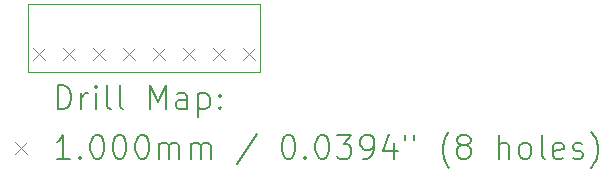
<source format=gbr>
%TF.GenerationSoftware,KiCad,Pcbnew,7.0.6*%
%TF.CreationDate,2023-07-23T12:18:23-05:00*%
%TF.ProjectId,nes_audio_expansion,6e65735f-6175-4646-996f-5f657870616e,rev?*%
%TF.SameCoordinates,Original*%
%TF.FileFunction,Drillmap*%
%TF.FilePolarity,Positive*%
%FSLAX45Y45*%
G04 Gerber Fmt 4.5, Leading zero omitted, Abs format (unit mm)*
G04 Created by KiCad (PCBNEW 7.0.6) date 2023-07-23 12:18:23*
%MOMM*%
%LPD*%
G01*
G04 APERTURE LIST*
%ADD10C,0.100000*%
%ADD11C,0.200000*%
G04 APERTURE END LIST*
D10*
X14833600Y-11010900D02*
X14833600Y-11023600D01*
X12865100Y-11013440D02*
X14833600Y-11010900D01*
X14833600Y-11084560D02*
X14833600Y-11023600D01*
X14833600Y-11379200D02*
X14833600Y-11084560D01*
X12865100Y-11036300D02*
X12865100Y-11013440D01*
X14833600Y-11582400D02*
X14820900Y-11582400D01*
X14833600Y-11379200D02*
X14833600Y-11582400D01*
X12865100Y-11582400D02*
X14820900Y-11582400D01*
X12865100Y-11430000D02*
X12865100Y-11582400D01*
X12865100Y-11430000D02*
X12865100Y-11036300D01*
D11*
D10*
X12911620Y-11380000D02*
X13011620Y-11480000D01*
X13011620Y-11380000D02*
X12911620Y-11480000D01*
X13165620Y-11380000D02*
X13265620Y-11480000D01*
X13265620Y-11380000D02*
X13165620Y-11480000D01*
X13419620Y-11380000D02*
X13519620Y-11480000D01*
X13519620Y-11380000D02*
X13419620Y-11480000D01*
X13673620Y-11380000D02*
X13773620Y-11480000D01*
X13773620Y-11380000D02*
X13673620Y-11480000D01*
X13927620Y-11380000D02*
X14027620Y-11480000D01*
X14027620Y-11380000D02*
X13927620Y-11480000D01*
X14181620Y-11380000D02*
X14281620Y-11480000D01*
X14281620Y-11380000D02*
X14181620Y-11480000D01*
X14435620Y-11380000D02*
X14535620Y-11480000D01*
X14535620Y-11380000D02*
X14435620Y-11480000D01*
X14689620Y-11380000D02*
X14789620Y-11480000D01*
X14789620Y-11380000D02*
X14689620Y-11480000D01*
D11*
X13120877Y-11898884D02*
X13120877Y-11698884D01*
X13120877Y-11698884D02*
X13168496Y-11698884D01*
X13168496Y-11698884D02*
X13197067Y-11708408D01*
X13197067Y-11708408D02*
X13216115Y-11727455D01*
X13216115Y-11727455D02*
X13225639Y-11746503D01*
X13225639Y-11746503D02*
X13235162Y-11784598D01*
X13235162Y-11784598D02*
X13235162Y-11813169D01*
X13235162Y-11813169D02*
X13225639Y-11851265D01*
X13225639Y-11851265D02*
X13216115Y-11870312D01*
X13216115Y-11870312D02*
X13197067Y-11889360D01*
X13197067Y-11889360D02*
X13168496Y-11898884D01*
X13168496Y-11898884D02*
X13120877Y-11898884D01*
X13320877Y-11898884D02*
X13320877Y-11765550D01*
X13320877Y-11803646D02*
X13330401Y-11784598D01*
X13330401Y-11784598D02*
X13339924Y-11775074D01*
X13339924Y-11775074D02*
X13358972Y-11765550D01*
X13358972Y-11765550D02*
X13378020Y-11765550D01*
X13444686Y-11898884D02*
X13444686Y-11765550D01*
X13444686Y-11698884D02*
X13435162Y-11708408D01*
X13435162Y-11708408D02*
X13444686Y-11717931D01*
X13444686Y-11717931D02*
X13454210Y-11708408D01*
X13454210Y-11708408D02*
X13444686Y-11698884D01*
X13444686Y-11698884D02*
X13444686Y-11717931D01*
X13568496Y-11898884D02*
X13549448Y-11889360D01*
X13549448Y-11889360D02*
X13539924Y-11870312D01*
X13539924Y-11870312D02*
X13539924Y-11698884D01*
X13673258Y-11898884D02*
X13654210Y-11889360D01*
X13654210Y-11889360D02*
X13644686Y-11870312D01*
X13644686Y-11870312D02*
X13644686Y-11698884D01*
X13901829Y-11898884D02*
X13901829Y-11698884D01*
X13901829Y-11698884D02*
X13968496Y-11841741D01*
X13968496Y-11841741D02*
X14035162Y-11698884D01*
X14035162Y-11698884D02*
X14035162Y-11898884D01*
X14216115Y-11898884D02*
X14216115Y-11794122D01*
X14216115Y-11794122D02*
X14206591Y-11775074D01*
X14206591Y-11775074D02*
X14187543Y-11765550D01*
X14187543Y-11765550D02*
X14149448Y-11765550D01*
X14149448Y-11765550D02*
X14130401Y-11775074D01*
X14216115Y-11889360D02*
X14197067Y-11898884D01*
X14197067Y-11898884D02*
X14149448Y-11898884D01*
X14149448Y-11898884D02*
X14130401Y-11889360D01*
X14130401Y-11889360D02*
X14120877Y-11870312D01*
X14120877Y-11870312D02*
X14120877Y-11851265D01*
X14120877Y-11851265D02*
X14130401Y-11832217D01*
X14130401Y-11832217D02*
X14149448Y-11822693D01*
X14149448Y-11822693D02*
X14197067Y-11822693D01*
X14197067Y-11822693D02*
X14216115Y-11813169D01*
X14311353Y-11765550D02*
X14311353Y-11965550D01*
X14311353Y-11775074D02*
X14330401Y-11765550D01*
X14330401Y-11765550D02*
X14368496Y-11765550D01*
X14368496Y-11765550D02*
X14387543Y-11775074D01*
X14387543Y-11775074D02*
X14397067Y-11784598D01*
X14397067Y-11784598D02*
X14406591Y-11803646D01*
X14406591Y-11803646D02*
X14406591Y-11860788D01*
X14406591Y-11860788D02*
X14397067Y-11879836D01*
X14397067Y-11879836D02*
X14387543Y-11889360D01*
X14387543Y-11889360D02*
X14368496Y-11898884D01*
X14368496Y-11898884D02*
X14330401Y-11898884D01*
X14330401Y-11898884D02*
X14311353Y-11889360D01*
X14492305Y-11879836D02*
X14501829Y-11889360D01*
X14501829Y-11889360D02*
X14492305Y-11898884D01*
X14492305Y-11898884D02*
X14482782Y-11889360D01*
X14482782Y-11889360D02*
X14492305Y-11879836D01*
X14492305Y-11879836D02*
X14492305Y-11898884D01*
X14492305Y-11775074D02*
X14501829Y-11784598D01*
X14501829Y-11784598D02*
X14492305Y-11794122D01*
X14492305Y-11794122D02*
X14482782Y-11784598D01*
X14482782Y-11784598D02*
X14492305Y-11775074D01*
X14492305Y-11775074D02*
X14492305Y-11794122D01*
D10*
X12760100Y-12177400D02*
X12860100Y-12277400D01*
X12860100Y-12177400D02*
X12760100Y-12277400D01*
D11*
X13225639Y-12318884D02*
X13111353Y-12318884D01*
X13168496Y-12318884D02*
X13168496Y-12118884D01*
X13168496Y-12118884D02*
X13149448Y-12147455D01*
X13149448Y-12147455D02*
X13130401Y-12166503D01*
X13130401Y-12166503D02*
X13111353Y-12176027D01*
X13311353Y-12299836D02*
X13320877Y-12309360D01*
X13320877Y-12309360D02*
X13311353Y-12318884D01*
X13311353Y-12318884D02*
X13301829Y-12309360D01*
X13301829Y-12309360D02*
X13311353Y-12299836D01*
X13311353Y-12299836D02*
X13311353Y-12318884D01*
X13444686Y-12118884D02*
X13463734Y-12118884D01*
X13463734Y-12118884D02*
X13482782Y-12128408D01*
X13482782Y-12128408D02*
X13492305Y-12137931D01*
X13492305Y-12137931D02*
X13501829Y-12156979D01*
X13501829Y-12156979D02*
X13511353Y-12195074D01*
X13511353Y-12195074D02*
X13511353Y-12242693D01*
X13511353Y-12242693D02*
X13501829Y-12280788D01*
X13501829Y-12280788D02*
X13492305Y-12299836D01*
X13492305Y-12299836D02*
X13482782Y-12309360D01*
X13482782Y-12309360D02*
X13463734Y-12318884D01*
X13463734Y-12318884D02*
X13444686Y-12318884D01*
X13444686Y-12318884D02*
X13425639Y-12309360D01*
X13425639Y-12309360D02*
X13416115Y-12299836D01*
X13416115Y-12299836D02*
X13406591Y-12280788D01*
X13406591Y-12280788D02*
X13397067Y-12242693D01*
X13397067Y-12242693D02*
X13397067Y-12195074D01*
X13397067Y-12195074D02*
X13406591Y-12156979D01*
X13406591Y-12156979D02*
X13416115Y-12137931D01*
X13416115Y-12137931D02*
X13425639Y-12128408D01*
X13425639Y-12128408D02*
X13444686Y-12118884D01*
X13635162Y-12118884D02*
X13654210Y-12118884D01*
X13654210Y-12118884D02*
X13673258Y-12128408D01*
X13673258Y-12128408D02*
X13682782Y-12137931D01*
X13682782Y-12137931D02*
X13692305Y-12156979D01*
X13692305Y-12156979D02*
X13701829Y-12195074D01*
X13701829Y-12195074D02*
X13701829Y-12242693D01*
X13701829Y-12242693D02*
X13692305Y-12280788D01*
X13692305Y-12280788D02*
X13682782Y-12299836D01*
X13682782Y-12299836D02*
X13673258Y-12309360D01*
X13673258Y-12309360D02*
X13654210Y-12318884D01*
X13654210Y-12318884D02*
X13635162Y-12318884D01*
X13635162Y-12318884D02*
X13616115Y-12309360D01*
X13616115Y-12309360D02*
X13606591Y-12299836D01*
X13606591Y-12299836D02*
X13597067Y-12280788D01*
X13597067Y-12280788D02*
X13587543Y-12242693D01*
X13587543Y-12242693D02*
X13587543Y-12195074D01*
X13587543Y-12195074D02*
X13597067Y-12156979D01*
X13597067Y-12156979D02*
X13606591Y-12137931D01*
X13606591Y-12137931D02*
X13616115Y-12128408D01*
X13616115Y-12128408D02*
X13635162Y-12118884D01*
X13825639Y-12118884D02*
X13844686Y-12118884D01*
X13844686Y-12118884D02*
X13863734Y-12128408D01*
X13863734Y-12128408D02*
X13873258Y-12137931D01*
X13873258Y-12137931D02*
X13882782Y-12156979D01*
X13882782Y-12156979D02*
X13892305Y-12195074D01*
X13892305Y-12195074D02*
X13892305Y-12242693D01*
X13892305Y-12242693D02*
X13882782Y-12280788D01*
X13882782Y-12280788D02*
X13873258Y-12299836D01*
X13873258Y-12299836D02*
X13863734Y-12309360D01*
X13863734Y-12309360D02*
X13844686Y-12318884D01*
X13844686Y-12318884D02*
X13825639Y-12318884D01*
X13825639Y-12318884D02*
X13806591Y-12309360D01*
X13806591Y-12309360D02*
X13797067Y-12299836D01*
X13797067Y-12299836D02*
X13787543Y-12280788D01*
X13787543Y-12280788D02*
X13778020Y-12242693D01*
X13778020Y-12242693D02*
X13778020Y-12195074D01*
X13778020Y-12195074D02*
X13787543Y-12156979D01*
X13787543Y-12156979D02*
X13797067Y-12137931D01*
X13797067Y-12137931D02*
X13806591Y-12128408D01*
X13806591Y-12128408D02*
X13825639Y-12118884D01*
X13978020Y-12318884D02*
X13978020Y-12185550D01*
X13978020Y-12204598D02*
X13987543Y-12195074D01*
X13987543Y-12195074D02*
X14006591Y-12185550D01*
X14006591Y-12185550D02*
X14035163Y-12185550D01*
X14035163Y-12185550D02*
X14054210Y-12195074D01*
X14054210Y-12195074D02*
X14063734Y-12214122D01*
X14063734Y-12214122D02*
X14063734Y-12318884D01*
X14063734Y-12214122D02*
X14073258Y-12195074D01*
X14073258Y-12195074D02*
X14092305Y-12185550D01*
X14092305Y-12185550D02*
X14120877Y-12185550D01*
X14120877Y-12185550D02*
X14139924Y-12195074D01*
X14139924Y-12195074D02*
X14149448Y-12214122D01*
X14149448Y-12214122D02*
X14149448Y-12318884D01*
X14244686Y-12318884D02*
X14244686Y-12185550D01*
X14244686Y-12204598D02*
X14254210Y-12195074D01*
X14254210Y-12195074D02*
X14273258Y-12185550D01*
X14273258Y-12185550D02*
X14301829Y-12185550D01*
X14301829Y-12185550D02*
X14320877Y-12195074D01*
X14320877Y-12195074D02*
X14330401Y-12214122D01*
X14330401Y-12214122D02*
X14330401Y-12318884D01*
X14330401Y-12214122D02*
X14339924Y-12195074D01*
X14339924Y-12195074D02*
X14358972Y-12185550D01*
X14358972Y-12185550D02*
X14387543Y-12185550D01*
X14387543Y-12185550D02*
X14406591Y-12195074D01*
X14406591Y-12195074D02*
X14416115Y-12214122D01*
X14416115Y-12214122D02*
X14416115Y-12318884D01*
X14806591Y-12109360D02*
X14635163Y-12366503D01*
X15063734Y-12118884D02*
X15082782Y-12118884D01*
X15082782Y-12118884D02*
X15101829Y-12128408D01*
X15101829Y-12128408D02*
X15111353Y-12137931D01*
X15111353Y-12137931D02*
X15120877Y-12156979D01*
X15120877Y-12156979D02*
X15130401Y-12195074D01*
X15130401Y-12195074D02*
X15130401Y-12242693D01*
X15130401Y-12242693D02*
X15120877Y-12280788D01*
X15120877Y-12280788D02*
X15111353Y-12299836D01*
X15111353Y-12299836D02*
X15101829Y-12309360D01*
X15101829Y-12309360D02*
X15082782Y-12318884D01*
X15082782Y-12318884D02*
X15063734Y-12318884D01*
X15063734Y-12318884D02*
X15044686Y-12309360D01*
X15044686Y-12309360D02*
X15035163Y-12299836D01*
X15035163Y-12299836D02*
X15025639Y-12280788D01*
X15025639Y-12280788D02*
X15016115Y-12242693D01*
X15016115Y-12242693D02*
X15016115Y-12195074D01*
X15016115Y-12195074D02*
X15025639Y-12156979D01*
X15025639Y-12156979D02*
X15035163Y-12137931D01*
X15035163Y-12137931D02*
X15044686Y-12128408D01*
X15044686Y-12128408D02*
X15063734Y-12118884D01*
X15216115Y-12299836D02*
X15225639Y-12309360D01*
X15225639Y-12309360D02*
X15216115Y-12318884D01*
X15216115Y-12318884D02*
X15206591Y-12309360D01*
X15206591Y-12309360D02*
X15216115Y-12299836D01*
X15216115Y-12299836D02*
X15216115Y-12318884D01*
X15349448Y-12118884D02*
X15368496Y-12118884D01*
X15368496Y-12118884D02*
X15387544Y-12128408D01*
X15387544Y-12128408D02*
X15397067Y-12137931D01*
X15397067Y-12137931D02*
X15406591Y-12156979D01*
X15406591Y-12156979D02*
X15416115Y-12195074D01*
X15416115Y-12195074D02*
X15416115Y-12242693D01*
X15416115Y-12242693D02*
X15406591Y-12280788D01*
X15406591Y-12280788D02*
X15397067Y-12299836D01*
X15397067Y-12299836D02*
X15387544Y-12309360D01*
X15387544Y-12309360D02*
X15368496Y-12318884D01*
X15368496Y-12318884D02*
X15349448Y-12318884D01*
X15349448Y-12318884D02*
X15330401Y-12309360D01*
X15330401Y-12309360D02*
X15320877Y-12299836D01*
X15320877Y-12299836D02*
X15311353Y-12280788D01*
X15311353Y-12280788D02*
X15301829Y-12242693D01*
X15301829Y-12242693D02*
X15301829Y-12195074D01*
X15301829Y-12195074D02*
X15311353Y-12156979D01*
X15311353Y-12156979D02*
X15320877Y-12137931D01*
X15320877Y-12137931D02*
X15330401Y-12128408D01*
X15330401Y-12128408D02*
X15349448Y-12118884D01*
X15482782Y-12118884D02*
X15606591Y-12118884D01*
X15606591Y-12118884D02*
X15539925Y-12195074D01*
X15539925Y-12195074D02*
X15568496Y-12195074D01*
X15568496Y-12195074D02*
X15587544Y-12204598D01*
X15587544Y-12204598D02*
X15597067Y-12214122D01*
X15597067Y-12214122D02*
X15606591Y-12233169D01*
X15606591Y-12233169D02*
X15606591Y-12280788D01*
X15606591Y-12280788D02*
X15597067Y-12299836D01*
X15597067Y-12299836D02*
X15587544Y-12309360D01*
X15587544Y-12309360D02*
X15568496Y-12318884D01*
X15568496Y-12318884D02*
X15511353Y-12318884D01*
X15511353Y-12318884D02*
X15492306Y-12309360D01*
X15492306Y-12309360D02*
X15482782Y-12299836D01*
X15701829Y-12318884D02*
X15739925Y-12318884D01*
X15739925Y-12318884D02*
X15758972Y-12309360D01*
X15758972Y-12309360D02*
X15768496Y-12299836D01*
X15768496Y-12299836D02*
X15787544Y-12271265D01*
X15787544Y-12271265D02*
X15797067Y-12233169D01*
X15797067Y-12233169D02*
X15797067Y-12156979D01*
X15797067Y-12156979D02*
X15787544Y-12137931D01*
X15787544Y-12137931D02*
X15778020Y-12128408D01*
X15778020Y-12128408D02*
X15758972Y-12118884D01*
X15758972Y-12118884D02*
X15720877Y-12118884D01*
X15720877Y-12118884D02*
X15701829Y-12128408D01*
X15701829Y-12128408D02*
X15692306Y-12137931D01*
X15692306Y-12137931D02*
X15682782Y-12156979D01*
X15682782Y-12156979D02*
X15682782Y-12204598D01*
X15682782Y-12204598D02*
X15692306Y-12223646D01*
X15692306Y-12223646D02*
X15701829Y-12233169D01*
X15701829Y-12233169D02*
X15720877Y-12242693D01*
X15720877Y-12242693D02*
X15758972Y-12242693D01*
X15758972Y-12242693D02*
X15778020Y-12233169D01*
X15778020Y-12233169D02*
X15787544Y-12223646D01*
X15787544Y-12223646D02*
X15797067Y-12204598D01*
X15968496Y-12185550D02*
X15968496Y-12318884D01*
X15920877Y-12109360D02*
X15873258Y-12252217D01*
X15873258Y-12252217D02*
X15997067Y-12252217D01*
X16063734Y-12118884D02*
X16063734Y-12156979D01*
X16139925Y-12118884D02*
X16139925Y-12156979D01*
X16435163Y-12395074D02*
X16425639Y-12385550D01*
X16425639Y-12385550D02*
X16406591Y-12356979D01*
X16406591Y-12356979D02*
X16397068Y-12337931D01*
X16397068Y-12337931D02*
X16387544Y-12309360D01*
X16387544Y-12309360D02*
X16378020Y-12261741D01*
X16378020Y-12261741D02*
X16378020Y-12223646D01*
X16378020Y-12223646D02*
X16387544Y-12176027D01*
X16387544Y-12176027D02*
X16397068Y-12147455D01*
X16397068Y-12147455D02*
X16406591Y-12128408D01*
X16406591Y-12128408D02*
X16425639Y-12099836D01*
X16425639Y-12099836D02*
X16435163Y-12090312D01*
X16539925Y-12204598D02*
X16520877Y-12195074D01*
X16520877Y-12195074D02*
X16511353Y-12185550D01*
X16511353Y-12185550D02*
X16501829Y-12166503D01*
X16501829Y-12166503D02*
X16501829Y-12156979D01*
X16501829Y-12156979D02*
X16511353Y-12137931D01*
X16511353Y-12137931D02*
X16520877Y-12128408D01*
X16520877Y-12128408D02*
X16539925Y-12118884D01*
X16539925Y-12118884D02*
X16578020Y-12118884D01*
X16578020Y-12118884D02*
X16597068Y-12128408D01*
X16597068Y-12128408D02*
X16606591Y-12137931D01*
X16606591Y-12137931D02*
X16616115Y-12156979D01*
X16616115Y-12156979D02*
X16616115Y-12166503D01*
X16616115Y-12166503D02*
X16606591Y-12185550D01*
X16606591Y-12185550D02*
X16597068Y-12195074D01*
X16597068Y-12195074D02*
X16578020Y-12204598D01*
X16578020Y-12204598D02*
X16539925Y-12204598D01*
X16539925Y-12204598D02*
X16520877Y-12214122D01*
X16520877Y-12214122D02*
X16511353Y-12223646D01*
X16511353Y-12223646D02*
X16501829Y-12242693D01*
X16501829Y-12242693D02*
X16501829Y-12280788D01*
X16501829Y-12280788D02*
X16511353Y-12299836D01*
X16511353Y-12299836D02*
X16520877Y-12309360D01*
X16520877Y-12309360D02*
X16539925Y-12318884D01*
X16539925Y-12318884D02*
X16578020Y-12318884D01*
X16578020Y-12318884D02*
X16597068Y-12309360D01*
X16597068Y-12309360D02*
X16606591Y-12299836D01*
X16606591Y-12299836D02*
X16616115Y-12280788D01*
X16616115Y-12280788D02*
X16616115Y-12242693D01*
X16616115Y-12242693D02*
X16606591Y-12223646D01*
X16606591Y-12223646D02*
X16597068Y-12214122D01*
X16597068Y-12214122D02*
X16578020Y-12204598D01*
X16854211Y-12318884D02*
X16854211Y-12118884D01*
X16939925Y-12318884D02*
X16939925Y-12214122D01*
X16939925Y-12214122D02*
X16930401Y-12195074D01*
X16930401Y-12195074D02*
X16911353Y-12185550D01*
X16911353Y-12185550D02*
X16882782Y-12185550D01*
X16882782Y-12185550D02*
X16863734Y-12195074D01*
X16863734Y-12195074D02*
X16854211Y-12204598D01*
X17063734Y-12318884D02*
X17044687Y-12309360D01*
X17044687Y-12309360D02*
X17035163Y-12299836D01*
X17035163Y-12299836D02*
X17025639Y-12280788D01*
X17025639Y-12280788D02*
X17025639Y-12223646D01*
X17025639Y-12223646D02*
X17035163Y-12204598D01*
X17035163Y-12204598D02*
X17044687Y-12195074D01*
X17044687Y-12195074D02*
X17063734Y-12185550D01*
X17063734Y-12185550D02*
X17092306Y-12185550D01*
X17092306Y-12185550D02*
X17111353Y-12195074D01*
X17111353Y-12195074D02*
X17120877Y-12204598D01*
X17120877Y-12204598D02*
X17130401Y-12223646D01*
X17130401Y-12223646D02*
X17130401Y-12280788D01*
X17130401Y-12280788D02*
X17120877Y-12299836D01*
X17120877Y-12299836D02*
X17111353Y-12309360D01*
X17111353Y-12309360D02*
X17092306Y-12318884D01*
X17092306Y-12318884D02*
X17063734Y-12318884D01*
X17244687Y-12318884D02*
X17225639Y-12309360D01*
X17225639Y-12309360D02*
X17216115Y-12290312D01*
X17216115Y-12290312D02*
X17216115Y-12118884D01*
X17397068Y-12309360D02*
X17378020Y-12318884D01*
X17378020Y-12318884D02*
X17339925Y-12318884D01*
X17339925Y-12318884D02*
X17320877Y-12309360D01*
X17320877Y-12309360D02*
X17311353Y-12290312D01*
X17311353Y-12290312D02*
X17311353Y-12214122D01*
X17311353Y-12214122D02*
X17320877Y-12195074D01*
X17320877Y-12195074D02*
X17339925Y-12185550D01*
X17339925Y-12185550D02*
X17378020Y-12185550D01*
X17378020Y-12185550D02*
X17397068Y-12195074D01*
X17397068Y-12195074D02*
X17406592Y-12214122D01*
X17406592Y-12214122D02*
X17406592Y-12233169D01*
X17406592Y-12233169D02*
X17311353Y-12252217D01*
X17482782Y-12309360D02*
X17501830Y-12318884D01*
X17501830Y-12318884D02*
X17539925Y-12318884D01*
X17539925Y-12318884D02*
X17558973Y-12309360D01*
X17558973Y-12309360D02*
X17568496Y-12290312D01*
X17568496Y-12290312D02*
X17568496Y-12280788D01*
X17568496Y-12280788D02*
X17558973Y-12261741D01*
X17558973Y-12261741D02*
X17539925Y-12252217D01*
X17539925Y-12252217D02*
X17511353Y-12252217D01*
X17511353Y-12252217D02*
X17492306Y-12242693D01*
X17492306Y-12242693D02*
X17482782Y-12223646D01*
X17482782Y-12223646D02*
X17482782Y-12214122D01*
X17482782Y-12214122D02*
X17492306Y-12195074D01*
X17492306Y-12195074D02*
X17511353Y-12185550D01*
X17511353Y-12185550D02*
X17539925Y-12185550D01*
X17539925Y-12185550D02*
X17558973Y-12195074D01*
X17635163Y-12395074D02*
X17644687Y-12385550D01*
X17644687Y-12385550D02*
X17663734Y-12356979D01*
X17663734Y-12356979D02*
X17673258Y-12337931D01*
X17673258Y-12337931D02*
X17682782Y-12309360D01*
X17682782Y-12309360D02*
X17692306Y-12261741D01*
X17692306Y-12261741D02*
X17692306Y-12223646D01*
X17692306Y-12223646D02*
X17682782Y-12176027D01*
X17682782Y-12176027D02*
X17673258Y-12147455D01*
X17673258Y-12147455D02*
X17663734Y-12128408D01*
X17663734Y-12128408D02*
X17644687Y-12099836D01*
X17644687Y-12099836D02*
X17635163Y-12090312D01*
M02*

</source>
